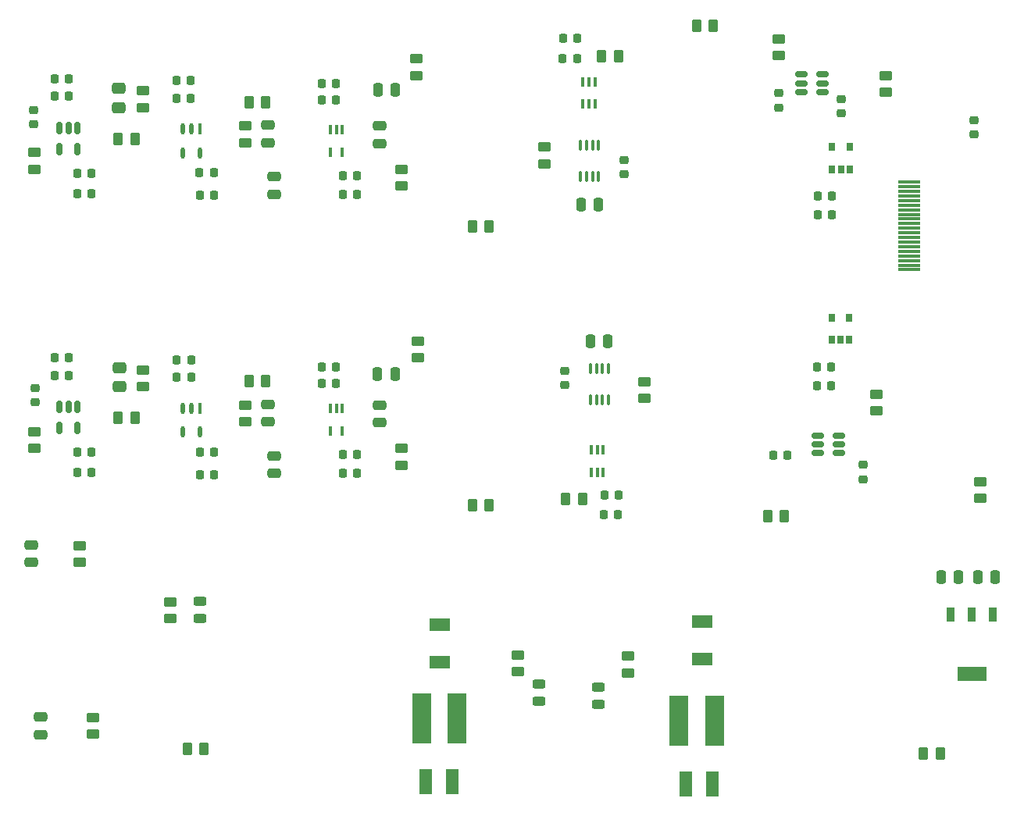
<source format=gbr>
%TF.GenerationSoftware,KiCad,Pcbnew,8.0.8*%
%TF.CreationDate,2025-08-11T17:01:41-07:00*%
%TF.ProjectId,bellamu,62656c6c-616d-4752-9e6b-696361645f70,rev?*%
%TF.SameCoordinates,Original*%
%TF.FileFunction,Paste,Top*%
%TF.FilePolarity,Positive*%
%FSLAX46Y46*%
G04 Gerber Fmt 4.6, Leading zero omitted, Abs format (unit mm)*
G04 Created by KiCad (PCBNEW 8.0.8) date 2025-08-11 17:01:41*
%MOMM*%
%LPD*%
G01*
G04 APERTURE LIST*
G04 Aperture macros list*
%AMRoundRect*
0 Rectangle with rounded corners*
0 $1 Rounding radius*
0 $2 $3 $4 $5 $6 $7 $8 $9 X,Y pos of 4 corners*
0 Add a 4 corners polygon primitive as box body*
4,1,4,$2,$3,$4,$5,$6,$7,$8,$9,$2,$3,0*
0 Add four circle primitives for the rounded corners*
1,1,$1+$1,$2,$3*
1,1,$1+$1,$4,$5*
1,1,$1+$1,$6,$7*
1,1,$1+$1,$8,$9*
0 Add four rect primitives between the rounded corners*
20,1,$1+$1,$2,$3,$4,$5,0*
20,1,$1+$1,$4,$5,$6,$7,0*
20,1,$1+$1,$6,$7,$8,$9,0*
20,1,$1+$1,$8,$9,$2,$3,0*%
G04 Aperture macros list end*
%ADD10C,0.000000*%
%ADD11RoundRect,0.250000X-0.450000X0.262500X-0.450000X-0.262500X0.450000X-0.262500X0.450000X0.262500X0*%
%ADD12RoundRect,0.250000X0.450000X-0.262500X0.450000X0.262500X-0.450000X0.262500X-0.450000X-0.262500X0*%
%ADD13RoundRect,0.225000X-0.250000X0.225000X-0.250000X-0.225000X0.250000X-0.225000X0.250000X0.225000X0*%
%ADD14RoundRect,0.250000X-0.250000X-0.475000X0.250000X-0.475000X0.250000X0.475000X-0.250000X0.475000X0*%
%ADD15RoundRect,0.225000X0.250000X-0.225000X0.250000X0.225000X-0.250000X0.225000X-0.250000X-0.225000X0*%
%ADD16R,0.650001X0.900001*%
%ADD17O,0.349999X1.200000*%
%ADD18RoundRect,0.150000X0.512500X0.150000X-0.512500X0.150000X-0.512500X-0.150000X0.512500X-0.150000X0*%
%ADD19R,0.355600X1.079500*%
%ADD20R,0.304800X1.079500*%
%ADD21R,0.457200X1.219200*%
%ADD22O,0.457200X1.219200*%
%ADD23RoundRect,0.150000X-0.150000X0.512500X-0.150000X-0.512500X0.150000X-0.512500X0.150000X0.512500X0*%
%ADD24RoundRect,0.250000X0.262500X0.450000X-0.262500X0.450000X-0.262500X-0.450000X0.262500X-0.450000X0*%
%ADD25RoundRect,0.250000X-0.262500X-0.450000X0.262500X-0.450000X0.262500X0.450000X-0.262500X0.450000X0*%
%ADD26RoundRect,0.225000X0.225000X0.250000X-0.225000X0.250000X-0.225000X-0.250000X0.225000X-0.250000X0*%
%ADD27RoundRect,0.250000X0.250000X0.475000X-0.250000X0.475000X-0.250000X-0.475000X0.250000X-0.475000X0*%
%ADD28RoundRect,0.225000X-0.225000X-0.250000X0.225000X-0.250000X0.225000X0.250000X-0.225000X0.250000X0*%
%ADD29RoundRect,0.250000X0.475000X-0.250000X0.475000X0.250000X-0.475000X0.250000X-0.475000X-0.250000X0*%
%ADD30RoundRect,0.250000X-0.475000X0.337500X-0.475000X-0.337500X0.475000X-0.337500X0.475000X0.337500X0*%
%ADD31RoundRect,0.243750X0.456250X-0.243750X0.456250X0.243750X-0.456250X0.243750X-0.456250X-0.243750X0*%
%ADD32RoundRect,0.243750X-0.456250X0.243750X-0.456250X-0.243750X0.456250X-0.243750X0.456250X0.243750X0*%
%ADD33R,0.838200X1.600200*%
%ADD34R,2.387600X0.304800*%
%ADD35R,2.159000X5.511800*%
%ADD36R,2.310000X1.470000*%
%ADD37R,1.370000X2.810000*%
G04 APERTURE END LIST*
D10*
%TO.C,U4*%
G36*
X194939800Y-130045500D02*
G01*
X191790200Y-130045500D01*
X191790200Y-128445300D01*
X194939800Y-128445300D01*
X194939800Y-130045500D01*
G37*
%TD*%
D11*
%TO.C,R23*%
X172400000Y-60375000D03*
X172400000Y-62200000D03*
%TD*%
D12*
%TO.C,R8*%
X183000000Y-100750000D03*
X183000000Y-98925000D03*
%TD*%
D13*
%TO.C,C61*%
X193600000Y-70775000D03*
X193600000Y-69225000D03*
%TD*%
D14*
%TO.C,C60*%
X128975000Y-65895000D03*
X130875000Y-65895000D03*
%TD*%
%TO.C,C59*%
X130825000Y-96695000D03*
X128925000Y-96695000D03*
%TD*%
D15*
%TO.C,C58*%
X91625000Y-69645000D03*
X91625000Y-68095000D03*
%TD*%
%TO.C,C57*%
X91825000Y-99795000D03*
X91825000Y-98245000D03*
%TD*%
D16*
%TO.C,U16*%
X178210002Y-72115001D03*
X180110001Y-72115001D03*
X180110001Y-74515001D03*
X179160003Y-74515001D03*
X178210002Y-74515001D03*
%TD*%
D17*
%TO.C,U15*%
X152900001Y-71924999D03*
X152250000Y-71924999D03*
X151600001Y-71924999D03*
X150950000Y-71924999D03*
X150950000Y-75325000D03*
X151600001Y-75325000D03*
X152250000Y-75325000D03*
X152900001Y-75325000D03*
%TD*%
D18*
%TO.C,U11*%
X177150000Y-66150000D03*
X177150000Y-65200000D03*
X177150000Y-64250000D03*
X174875000Y-64250000D03*
X174875000Y-65200000D03*
X174875000Y-66150000D03*
%TD*%
D19*
%TO.C,U10*%
X151200000Y-65044650D03*
X151849999Y-65044650D03*
X152499998Y-65044650D03*
X152499998Y-67470350D03*
X151849999Y-67470350D03*
X151200000Y-67470350D03*
%TD*%
D20*
%TO.C,U9*%
X125124998Y-70229300D03*
X124474999Y-70229300D03*
X123825000Y-70229300D03*
X123825000Y-72655000D03*
X125124998Y-72655000D03*
%TD*%
D21*
%TO.C,U8*%
X109700000Y-70155000D03*
D22*
X108749999Y-70155000D03*
X107799998Y-70155000D03*
X107799998Y-72775000D03*
X109700000Y-72775000D03*
%TD*%
D23*
%TO.C,U7*%
X96375000Y-70065000D03*
X95425000Y-70065000D03*
X94475000Y-70065000D03*
X94475000Y-72340000D03*
X96375000Y-72340000D03*
%TD*%
D11*
%TO.C,R33*%
X147050000Y-72099999D03*
X147050000Y-73924999D03*
%TD*%
D24*
%TO.C,R30*%
X155047498Y-62274650D03*
X153222498Y-62274650D03*
%TD*%
D25*
%TO.C,R27*%
X165324997Y-58945000D03*
X163499997Y-58945000D03*
%TD*%
%TO.C,R25*%
X139200000Y-80695000D03*
X141025000Y-80695000D03*
%TD*%
D12*
%TO.C,R22*%
X131524998Y-76355000D03*
X131524998Y-74530000D03*
%TD*%
D25*
%TO.C,R21*%
X114999998Y-67255000D03*
X116824998Y-67255000D03*
%TD*%
D12*
%TO.C,R20*%
X114624998Y-71655000D03*
X114624998Y-69830000D03*
%TD*%
D11*
%TO.C,R19*%
X103525000Y-66040000D03*
X103525000Y-67865000D03*
%TD*%
D25*
%TO.C,R18*%
X100825000Y-71240000D03*
X102650000Y-71240000D03*
%TD*%
D11*
%TO.C,R17*%
X91765000Y-72727500D03*
X91765000Y-74552500D03*
%TD*%
%TO.C,R16*%
X184000000Y-64375000D03*
X184000000Y-66200000D03*
%TD*%
%TO.C,R15*%
X133150000Y-62532500D03*
X133150000Y-64357500D03*
%TD*%
D26*
%TO.C,C56*%
X178225000Y-79495000D03*
X176675000Y-79495000D03*
%TD*%
%TO.C,C55*%
X178175000Y-77395000D03*
X176625000Y-77395000D03*
%TD*%
D27*
%TO.C,C54*%
X152900000Y-78324999D03*
X151000000Y-78324999D03*
%TD*%
D15*
%TO.C,C53*%
X155700001Y-75074999D03*
X155700001Y-73524999D03*
%TD*%
D13*
%TO.C,C51*%
X179225000Y-66945000D03*
X179225000Y-68495000D03*
%TD*%
%TO.C,C50*%
X172425000Y-66295000D03*
X172425000Y-67845000D03*
%TD*%
D26*
%TO.C,C49*%
X150599998Y-60355000D03*
X149049998Y-60355000D03*
%TD*%
%TO.C,C48*%
X150549998Y-62544650D03*
X148999998Y-62544650D03*
%TD*%
%TO.C,C47*%
X124450000Y-67045000D03*
X122900000Y-67045000D03*
%TD*%
D28*
%TO.C,C46*%
X122890002Y-65245000D03*
X124440002Y-65245000D03*
%TD*%
D29*
%TO.C,C45*%
X129124998Y-71730000D03*
X129124998Y-69830000D03*
%TD*%
D28*
%TO.C,C44*%
X125157502Y-77230000D03*
X126707502Y-77230000D03*
%TD*%
D26*
%TO.C,C43*%
X126707502Y-75230000D03*
X125157502Y-75230000D03*
%TD*%
D29*
%TO.C,C42*%
X117724998Y-77230000D03*
X117724998Y-75330000D03*
%TD*%
D26*
%TO.C,C41*%
X108715000Y-66830000D03*
X107165000Y-66830000D03*
%TD*%
D28*
%TO.C,C39*%
X107165000Y-64930000D03*
X108715000Y-64930000D03*
%TD*%
D29*
%TO.C,C38*%
X117024998Y-71655000D03*
X117024998Y-69755000D03*
%TD*%
D26*
%TO.C,C37*%
X111190000Y-74930000D03*
X109640000Y-74930000D03*
%TD*%
D28*
%TO.C,C36*%
X109665000Y-77355000D03*
X111215000Y-77355000D03*
%TD*%
D30*
%TO.C,C35*%
X100925000Y-65765000D03*
X100925000Y-67840000D03*
%TD*%
D26*
%TO.C,C33*%
X95490000Y-66630000D03*
X93940000Y-66630000D03*
%TD*%
%TO.C,C32*%
X97925000Y-74940000D03*
X96375000Y-74940000D03*
%TD*%
D28*
%TO.C,C31*%
X93940000Y-64730000D03*
X95490000Y-64730000D03*
%TD*%
%TO.C,C30*%
X96400000Y-77140000D03*
X97950000Y-77140000D03*
%TD*%
D15*
%TO.C,C25*%
X181582191Y-106592809D03*
X181582191Y-108142809D03*
%TD*%
D26*
%TO.C,C24*%
X173344691Y-105532809D03*
X171794691Y-105532809D03*
%TD*%
D13*
%TO.C,C21*%
X149220000Y-97955000D03*
X149220000Y-96405000D03*
%TD*%
D31*
%TO.C,D3*%
X146460000Y-132245000D03*
X146460000Y-130370000D03*
%TD*%
D32*
%TO.C,D2*%
X152850000Y-132545000D03*
X152850000Y-130670000D03*
%TD*%
D18*
%TO.C,U5*%
X178957191Y-105317809D03*
X178957191Y-104367809D03*
X178957191Y-103417809D03*
X176682191Y-103417809D03*
X176682191Y-104367809D03*
X176682191Y-105317809D03*
%TD*%
D11*
%TO.C,R9*%
X194240000Y-110240000D03*
X194240000Y-108415000D03*
%TD*%
D23*
%TO.C,U1*%
X96385000Y-100330000D03*
X95435000Y-100330000D03*
X94485000Y-100330000D03*
X94485000Y-102605000D03*
X96385000Y-102605000D03*
%TD*%
D26*
%TO.C,C29*%
X93950000Y-96895000D03*
X95500000Y-96895000D03*
%TD*%
%TO.C,C28*%
X96385000Y-105205000D03*
X97935000Y-105205000D03*
%TD*%
D28*
%TO.C,C27*%
X95500000Y-94995000D03*
X93950000Y-94995000D03*
%TD*%
%TO.C,C26*%
X97960000Y-107405000D03*
X96410000Y-107405000D03*
%TD*%
D33*
%TO.C,U4*%
X195665000Y-122844600D03*
X193365000Y-122844600D03*
X191065000Y-122844600D03*
%TD*%
D25*
%TO.C,R14*%
X149312500Y-110295000D03*
X151137500Y-110295000D03*
%TD*%
%TO.C,R10*%
X139210000Y-110960000D03*
X141035000Y-110960000D03*
%TD*%
D26*
%TO.C,C23*%
X178125000Y-97995000D03*
X176575000Y-97995000D03*
%TD*%
%TO.C,C22*%
X178125000Y-95945000D03*
X176575000Y-95945000D03*
%TD*%
D14*
%TO.C,C20*%
X190015000Y-118745000D03*
X191915000Y-118745000D03*
%TD*%
D27*
%TO.C,C13*%
X195915000Y-118745000D03*
X194015000Y-118745000D03*
%TD*%
D34*
%TO.C,J5*%
X186563800Y-85428400D03*
X186563800Y-84928401D03*
X186563800Y-84428399D03*
X186563800Y-83928400D03*
X186563800Y-83428401D03*
X186563800Y-82928400D03*
X186563800Y-82428401D03*
X186563800Y-81928399D03*
X186563800Y-81428400D03*
X186563800Y-80928401D03*
X186563800Y-80428399D03*
X186563800Y-79928400D03*
X186563800Y-79428399D03*
X186563800Y-78928400D03*
X186563800Y-78428401D03*
X186563800Y-77928399D03*
X186563800Y-77428400D03*
X186563800Y-76928399D03*
X186563800Y-76428400D03*
X186563800Y-75928401D03*
%TD*%
D19*
%TO.C,U12*%
X153409998Y-104969300D03*
X152759999Y-104969300D03*
X152110000Y-104969300D03*
X152110000Y-107395000D03*
X152759999Y-107395000D03*
X153409998Y-107395000D03*
%TD*%
D28*
%TO.C,C19*%
X155075000Y-109895000D03*
X153525000Y-109895000D03*
%TD*%
%TO.C,C18*%
X153475000Y-111995000D03*
X155025000Y-111995000D03*
%TD*%
%TO.C,C11*%
X125167502Y-107495000D03*
X126717502Y-107495000D03*
%TD*%
D26*
%TO.C,C10*%
X125167502Y-105495000D03*
X126717502Y-105495000D03*
%TD*%
D28*
%TO.C,C7*%
X107175000Y-95195000D03*
X108725000Y-95195000D03*
%TD*%
D26*
%TO.C,C3*%
X109650000Y-105195000D03*
X111200000Y-105195000D03*
%TD*%
D28*
%TO.C,C2*%
X111225000Y-107620000D03*
X109675000Y-107620000D03*
%TD*%
D25*
%TO.C,R7*%
X115009998Y-97520000D03*
X116834998Y-97520000D03*
%TD*%
D22*
%TO.C,U2*%
X109710000Y-103040000D03*
X107809998Y-103040000D03*
X107809998Y-100420000D03*
X108759999Y-100420000D03*
D21*
X109710000Y-100420000D03*
%TD*%
D16*
%TO.C,U14*%
X178147501Y-90645000D03*
X180047500Y-90645000D03*
X180047500Y-93045000D03*
X179097502Y-93045000D03*
X178147501Y-93045000D03*
%TD*%
D25*
%TO.C,R3*%
X100835000Y-101505000D03*
X102660000Y-101505000D03*
%TD*%
D11*
%TO.C,R11*%
X106505000Y-121426000D03*
X106505000Y-123251000D03*
%TD*%
D25*
%TO.C,R24*%
X189930000Y-137890000D03*
X188105000Y-137890000D03*
%TD*%
D29*
%TO.C,C5*%
X117034998Y-100020000D03*
X117034998Y-101920000D03*
%TD*%
D11*
%TO.C,R12*%
X156050000Y-129145000D03*
X156050000Y-127320000D03*
%TD*%
D35*
%TO.C,L2*%
X137580075Y-134110075D03*
X133730075Y-134110075D03*
%TD*%
%TO.C,L1*%
X161605000Y-134345000D03*
X165455000Y-134345000D03*
%TD*%
D11*
%TO.C,R4*%
X103535000Y-96305000D03*
X103535000Y-98130000D03*
%TD*%
D29*
%TO.C,C34*%
X92395000Y-133945000D03*
X92395000Y-135845000D03*
%TD*%
%TO.C,C12*%
X129134998Y-100095000D03*
X129134998Y-101995000D03*
%TD*%
D11*
%TO.C,R2*%
X91775000Y-102992500D03*
X91775000Y-104817500D03*
%TD*%
D36*
%TO.C,C16*%
X135680075Y-128010075D03*
X135680075Y-123926075D03*
%TD*%
D12*
%TO.C,R26*%
X98054250Y-133959999D03*
X98054250Y-135784999D03*
%TD*%
D29*
%TO.C,C9*%
X117734998Y-107495000D03*
X117734998Y-105595000D03*
%TD*%
D12*
%TO.C,R1*%
X133325000Y-94995000D03*
X133325000Y-93170000D03*
%TD*%
D37*
%TO.C,C14*%
X137020075Y-140910075D03*
X134180075Y-140910075D03*
%TD*%
D25*
%TO.C,R31*%
X171210000Y-112120000D03*
X173035000Y-112120000D03*
%TD*%
D12*
%TO.C,R6*%
X131534998Y-106620000D03*
X131534998Y-104795000D03*
%TD*%
D30*
%TO.C,C1*%
X100935000Y-98105000D03*
X100935000Y-96030000D03*
%TD*%
D24*
%TO.C,R28*%
X110150000Y-137395000D03*
X108325000Y-137395000D03*
%TD*%
D12*
%TO.C,R5*%
X114634998Y-100095000D03*
X114634998Y-101920000D03*
%TD*%
D29*
%TO.C,C40*%
X91385000Y-117137500D03*
X91385000Y-115237500D03*
%TD*%
D26*
%TO.C,C6*%
X122900000Y-97745000D03*
X124450000Y-97745000D03*
%TD*%
D28*
%TO.C,C4*%
X122890002Y-95945000D03*
X124440002Y-95945000D03*
%TD*%
D26*
%TO.C,C8*%
X107175000Y-97095000D03*
X108725000Y-97095000D03*
%TD*%
D12*
%TO.C,R32*%
X157870001Y-97555000D03*
X157870001Y-99380000D03*
%TD*%
D14*
%TO.C,C52*%
X153920001Y-93155000D03*
X152020001Y-93155000D03*
%TD*%
D17*
%TO.C,U13*%
X152020000Y-99555000D03*
X152670001Y-99555000D03*
X153320000Y-99555000D03*
X153970001Y-99555000D03*
X153970001Y-96154999D03*
X153320000Y-96154999D03*
X152670001Y-96154999D03*
X152020000Y-96154999D03*
%TD*%
D36*
%TO.C,C17*%
X164115000Y-127675000D03*
X164115000Y-123591000D03*
%TD*%
D31*
%TO.C,D1*%
X109705000Y-123266000D03*
X109705000Y-121391000D03*
%TD*%
D37*
%TO.C,C15*%
X165235000Y-141145000D03*
X162395000Y-141145000D03*
%TD*%
D20*
%TO.C,U6*%
X125134998Y-100494300D03*
X124484999Y-100494300D03*
X123835000Y-100494300D03*
X123835000Y-102920000D03*
X125134998Y-102920000D03*
%TD*%
D12*
%TO.C,R29*%
X96635000Y-117150000D03*
X96635000Y-115325000D03*
%TD*%
D11*
%TO.C,R13*%
X144157500Y-129015183D03*
X144157500Y-127190183D03*
%TD*%
M02*

</source>
